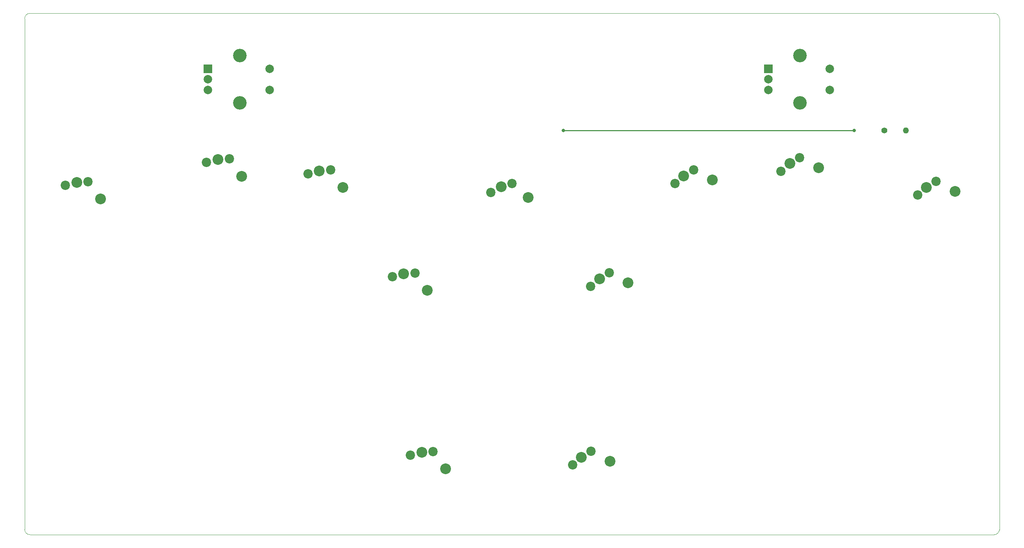
<source format=gbr>
%TF.GenerationSoftware,KiCad,Pcbnew,(6.0.1)*%
%TF.CreationDate,2023-04-04T23:27:15+09:00*%
%TF.ProjectId,MAXCON-zero,4d415843-4f4e-42d7-9a65-726f2e6b6963,rev?*%
%TF.SameCoordinates,Original*%
%TF.FileFunction,Copper,L2,Bot*%
%TF.FilePolarity,Positive*%
%FSLAX46Y46*%
G04 Gerber Fmt 4.6, Leading zero omitted, Abs format (unit mm)*
G04 Created by KiCad (PCBNEW (6.0.1)) date 2023-04-04 23:27:15*
%MOMM*%
%LPD*%
G01*
G04 APERTURE LIST*
%TA.AperFunction,Profile*%
%ADD10C,0.100000*%
%TD*%
%TA.AperFunction,ComponentPad*%
%ADD11C,2.200000*%
%TD*%
%TA.AperFunction,ComponentPad*%
%ADD12C,2.540000*%
%TD*%
%TA.AperFunction,ComponentPad*%
%ADD13R,2.000000X2.000000*%
%TD*%
%TA.AperFunction,ComponentPad*%
%ADD14C,2.000000*%
%TD*%
%TA.AperFunction,ComponentPad*%
%ADD15C,3.200000*%
%TD*%
%TA.AperFunction,ComponentPad*%
%ADD16C,1.400000*%
%TD*%
%TA.AperFunction,ComponentPad*%
%ADD17O,1.400000X1.400000*%
%TD*%
%TA.AperFunction,ViaPad*%
%ADD18C,0.800000*%
%TD*%
%TA.AperFunction,Conductor*%
%ADD19C,0.250000*%
%TD*%
G04 APERTURE END LIST*
D10*
X22860000Y-29210000D02*
G75*
G03*
X21590000Y-30480000I-66J-1269934D01*
G01*
X251460000Y-30480000D02*
X251460000Y-151280000D01*
X250190000Y-152400000D02*
G75*
G03*
X251460000Y-151280000I0J1280045D01*
G01*
X21590000Y-151130000D02*
G75*
G03*
X22860000Y-152400000I1269999J-1D01*
G01*
X21590000Y-30480000D02*
X21590000Y-151130000D01*
X250190000Y-152400000D02*
X22860000Y-152400000D01*
X251460000Y-30480000D02*
G75*
G03*
X250200000Y-29200000I-1280125J33D01*
G01*
X144780000Y-29210000D02*
X250200000Y-29200000D01*
X128270000Y-29210000D02*
X22860000Y-29210000D01*
X128270000Y-29210000D02*
X144780000Y-29210000D01*
D11*
%TO.P,SW3,1,A*%
%TO.N,Net-(RZ1-Pad6)*%
X179326969Y-66237297D03*
D12*
X177018429Y-67609118D03*
%TO.P,SW3,2,B*%
%TO.N,GND*%
X183785929Y-68596560D03*
D11*
X174955354Y-69446500D03*
%TD*%
D13*
%TO.P,E2,A,A*%
%TO.N,Net-(C4-Pad1)*%
X196950000Y-42311371D03*
D14*
%TO.P,E2,B,B*%
%TO.N,Net-(C3-Pad2)*%
X196950000Y-47311371D03*
%TO.P,E2,C,C*%
%TO.N,GND*%
X196950000Y-44811371D03*
D15*
%TO.P,E2,MP*%
%TO.N,N/C*%
X204450000Y-39211371D03*
X204450000Y-50411371D03*
D14*
%TO.P,E2,S1,S1*%
%TO.N,GND*%
X211450000Y-47311371D03*
%TO.P,E2,S2,S2*%
%TO.N,Net-(E2-PadS2)*%
X211450000Y-42311371D03*
%TD*%
D12*
%TO.P,SW1,1,A*%
%TO.N,Net-(RZ1-Pad4)*%
X234233900Y-70327541D03*
D11*
X236542440Y-68955720D03*
D12*
%TO.P,SW1,2,B*%
%TO.N,GND*%
X241001400Y-71314983D03*
D11*
X232170825Y-72164923D03*
%TD*%
D12*
%TO.P,SW10,1,A*%
%TO.N,Net-(RZ1-Pad17)*%
X33876221Y-69142116D03*
D11*
X36555939Y-68967869D03*
%TO.P,SW10,2,B*%
%TO.N,GND*%
X31203854Y-69842619D03*
D12*
X39457819Y-73094313D03*
%TD*%
D11*
%TO.P,SW4,1,A*%
%TO.N,Net-(RZ1-Pad7)*%
X159453182Y-90548459D03*
D12*
X157144642Y-91920280D03*
%TO.P,SW4,2,B*%
%TO.N,GND*%
X163912142Y-92907722D03*
D11*
X155081567Y-93757662D03*
%TD*%
D12*
%TO.P,SW11,1,A*%
%TO.N,Net-(RZ1-Pad12)*%
X133984823Y-70211371D03*
D11*
X136549823Y-69416371D03*
D12*
%TO.P,SW11,2,B*%
%TO.N,GND*%
X140334823Y-72751371D03*
D11*
X131549823Y-71516371D03*
%TD*%
D16*
%TO.P,R1,1*%
%TO.N,Net-(R1-Pad1)*%
X224282000Y-56896000D03*
D17*
%TO.P,R1,2*%
%TO.N,Net-(D1-Pad4)*%
X229362000Y-56896000D03*
%TD*%
D11*
%TO.P,SW2,1,A*%
%TO.N,Net-(RZ1-Pad5)*%
X204336553Y-63318273D03*
D12*
X202028013Y-64690094D03*
D11*
%TO.P,SW2,2,B*%
%TO.N,GND*%
X199964938Y-66527476D03*
D12*
X208795513Y-65677536D03*
%TD*%
D13*
%TO.P,E1,A,A*%
%TO.N,Net-(RZ1-Pad19)*%
X64850000Y-42300000D03*
D14*
%TO.P,E1,B,B*%
%TO.N,Net-(C2-Pad2)*%
X64850000Y-47300000D03*
%TO.P,E1,C,C*%
%TO.N,GND*%
X64850000Y-44800000D03*
D15*
%TO.P,E1,MP*%
%TO.N,N/C*%
X72350000Y-50400000D03*
X72350000Y-39200000D03*
D14*
%TO.P,E1,S1,S1*%
%TO.N,GND*%
X79350000Y-47300000D03*
%TO.P,E1,S2,S2*%
%TO.N,Net-(E1-PadS2)*%
X79350000Y-42300000D03*
%TD*%
D12*
%TO.P,SW8,1,A*%
%TO.N,Net-(RZ1-Pad15)*%
X91091691Y-66423693D03*
D11*
X93771409Y-66249446D03*
%TO.P,SW8,2,B*%
%TO.N,GND*%
X88419324Y-67124196D03*
D12*
X96673289Y-70375890D03*
%TD*%
%TO.P,SW6,1,A*%
%TO.N,Net-(RZ1-Pad13)*%
X115240843Y-132897887D03*
D11*
X117920561Y-132723640D03*
D12*
%TO.P,SW6,2,B*%
%TO.N,GND*%
X120822441Y-136850084D03*
D11*
X112568476Y-133598390D03*
%TD*%
%TO.P,SW5,1,A*%
%TO.N,Net-(RZ1-Pad8)*%
X155177818Y-132711491D03*
D12*
X152869278Y-134083312D03*
D11*
%TO.P,SW5,2,B*%
%TO.N,GND*%
X150806203Y-135920694D03*
D12*
X159636778Y-135070754D03*
%TD*%
%TO.P,SW9,1,A*%
%TO.N,Net-(RZ1-Pad16)*%
X67171163Y-63766127D03*
D11*
X69850881Y-63591880D03*
%TO.P,SW9,2,B*%
%TO.N,GND*%
X64498796Y-64466630D03*
D12*
X72752761Y-67718324D03*
%TD*%
%TO.P,SW7,1,A*%
%TO.N,Net-(RZ1-Pad14)*%
X110965479Y-90734855D03*
D11*
X113645197Y-90560608D03*
D12*
%TO.P,SW7,2,B*%
%TO.N,GND*%
X116547077Y-94687052D03*
D11*
X108293112Y-91435358D03*
%TD*%
D18*
%TO.N,Net-(R1-Pad1)*%
X148590000Y-56896000D03*
X217170000Y-56896000D03*
%TD*%
D19*
%TO.N,Net-(R1-Pad1)*%
X148590000Y-56896000D02*
X217170000Y-56896000D01*
%TD*%
M02*

</source>
